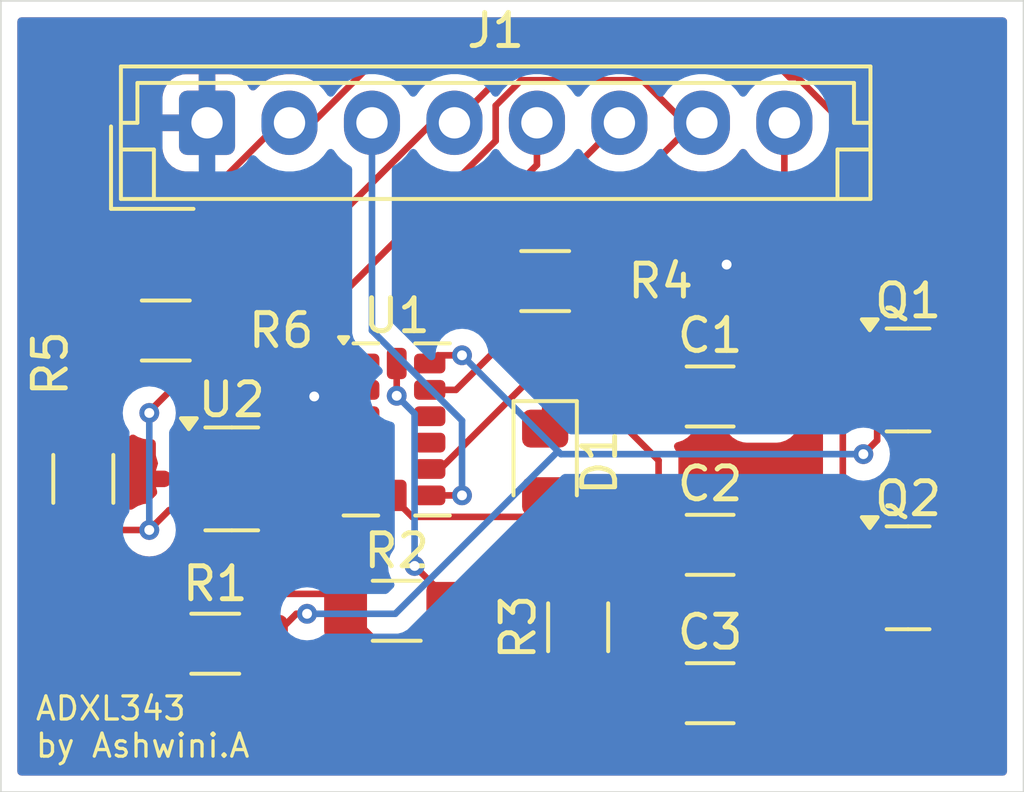
<source format=kicad_pcb>
(kicad_pcb (version 20240108) (generator "pcbnew") (generator_version "8.0")
  (layers (0 "F.Cu" signal) (31 "B.Cu" signal) (36 "B.SilkS" user "B.Silkscreen") (37 "F.SilkS" user "F.Silkscreen") (38 "B.Mask" user) (39 "F.Mask" user) (44 "Edge.Cuts" user))
  (net 0 "")
  (net 1 "+3.3V")
  (net 2 "GND")
  (net 3 "VCC")
  (net 4 "Net-(D1-A)")
  (net 5 "/CS")
  (net 6 "/SCL{slash}SCK")
  (net 7 "/SDA{slash}SDIO")
  (net 8 "/INT2")
  (net 9 "/INT1")
  (net 10 "/SDA{slash}SDIO_3V")
  (net 11 "/SCL{slash}SCK_3V")
  (net 12 "Net-(U1-SDO{slash}ADDR)")
  (footprint "Resistor_SMD:R_1206_3216Metric_Pad1.30x1.75mm_HandSolder" (layer "F.Cu") (at 73.5 64.5)
    (property "Reference" "R6" (at 3.5 0 0) (layer "F.SilkS"))
    (property "Value" "10k")
    (fp_line (start -0.727064 -0.91) (end 0.727064 -0.91) (stroke (width 0.12)) (layer "F.SilkS"))
    (fp_line (start -0.727064 0.91) (end 0.727064 0.91) (stroke (width 0.12)) (layer "F.SilkS"))
    (pad "1" smd roundrect (at -1.55 0) (size 1.3 1.75) (layers "F.Cu" "F.Paste" "F.Mask") (roundrect_rratio 0.192308) (net 3 "VCC"))
    (pad "2" smd roundrect (at 1.55 0) (size 1.3 1.75) (layers "F.Cu" "F.Paste" "F.Mask") (roundrect_rratio 0.192308) (net 6 "/SCL{slash}SCK"))
  )
  (footprint "Package_TO_SOT_SMD:SOT-23" (layer "F.Cu") (at 96 72)
    (property "Reference" "Q2" (at 0 -2.4 0) (layer "F.SilkS"))
    (property "Value" "2N7002")
    (fp_line (start 0 -1.56) (end -0.65 -1.56) (stroke (width 0.12)) (layer "F.SilkS"))
    (fp_line (start 0 -1.56) (end 0.65 -1.56) (stroke (width 0.12)) (layer "F.SilkS"))
    (fp_line (start 0 1.56) (end -0.65 1.56) (stroke (width 0.12)) (layer "F.SilkS"))
    (fp_line (start 0 1.56) (end 0.65 1.56) (stroke (width 0.12)) (layer "F.SilkS"))
    (fp_poly (pts (xy -1.1625 -1.51) (xy -1.4025 -1.84) (xy -0.9225 -1.84) (xy -1.1625 -1.51)) (stroke (width 0.12)) (fill solid) (layer "F.SilkS"))
    (pad "1" smd roundrect (at -0.9375 -0.95) (size 1.475 0.6) (layers "F.Cu" "F.Paste" "F.Mask") (net 1 "+3.3V"))
    (pad "2" smd roundrect (at -0.9375 0.95) (size 1.475 0.6) (layers "F.Cu" "F.Paste" "F.Mask") (net 11 "/SCL{slash}SCK_3V"))
    (pad "3" smd roundrect (at 0.9375 0) (size 1.475 0.6) (layers "F.Cu" "F.Paste" "F.Mask") (net 6 "/SCL{slash}SCK"))
  )
  (footprint "Package_TO_SOT_SMD:SOT-23" (layer "F.Cu") (at 96 66)
    (property "Reference" "Q1" (at 0 -2.4 0) (layer "F.SilkS"))
    (property "Value" "2N7002")
    (fp_line (start 0 -1.56) (end -0.65 -1.56) (stroke (width 0.12)) (layer "F.SilkS"))
    (fp_line (start 0 -1.56) (end 0.65 -1.56) (stroke (width 0.12)) (layer "F.SilkS"))
    (fp_line (start 0 1.56) (end -0.65 1.56) (stroke (width 0.12)) (layer "F.SilkS"))
    (fp_line (start 0 1.56) (end 0.65 1.56) (stroke (width 0.12)) (layer "F.SilkS"))
    (fp_poly (pts (xy -1.1625 -1.51) (xy -1.4025 -1.84) (xy -0.9225 -1.84) (xy -1.1625 -1.51)) (stroke (width 0.12)) (fill solid) (layer "F.SilkS"))
    (pad "1" smd roundrect (at -0.9375 -0.95) (size 1.475 0.6) (layers "F.Cu" "F.Paste" "F.Mask") (net 1 "+3.3V"))
    (pad "2" smd roundrect (at -0.9375 0.95) (size 1.475 0.6) (layers "F.Cu" "F.Paste" "F.Mask") (net 10 "/SDA{slash}SDIO_3V"))
    (pad "3" smd roundrect (at 0.9375 0) (size 1.475 0.6) (layers "F.Cu" "F.Paste" "F.Mask") (net 7 "/SDA{slash}SDIO"))
  )
  (footprint "Connector_JST:JST_EH_B8B-EH-A_1x08_P2.50mm_Vertical" (layer "F.Cu") (at 74.75 58.2)
    (property "Reference" "J1" (at 8.75 -2.8 0) (layer "F.SilkS"))
    (property "Value" "Conn_01x08_Pin")
    (fp_line (start -2.91 0.11) (end -2.91 2.61) (stroke (width 0.12)) (layer "F.SilkS"))
    (fp_line (start -2.91 2.61) (end -0.41 2.61) (stroke (width 0.12)) (layer "F.SilkS"))
    (fp_line (start -2.61 -1.71) (end -2.61 2.31) (stroke (width 0.12)) (layer "F.SilkS"))
    (fp_line (start -2.61 0) (end -2.11 0) (stroke (width 0.12)) (layer "F.SilkS"))
    (fp_line (start -2.61 0.81) (end -1.61 0.81) (stroke (width 0.12)) (layer "F.SilkS"))
    (fp_line (start -2.61 2.31) (end 20.11 2.31) (stroke (width 0.12)) (layer "F.SilkS"))
    (fp_line (start -2.11 -1.21) (end 19.61 -1.21) (stroke (width 0.12)) (layer "F.SilkS"))
    (fp_line (start -2.11 0) (end -2.11 -1.21) (stroke (width 0.12)) (layer "F.SilkS"))
    (fp_line (start -1.61 0.81) (end -1.61 2.31) (stroke (width 0.12)) (layer "F.SilkS"))
    (fp_line (start 19.11 0.81) (end 19.11 2.31) (stroke (width 0.12)) (layer "F.SilkS"))
    (fp_line (start 19.61 -1.21) (end 19.61 0) (stroke (width 0.12)) (layer "F.SilkS"))
    (fp_line (start 19.61 0) (end 20.11 0) (stroke (width 0.12)) (layer "F.SilkS"))
    (fp_line (start 20.11 -1.71) (end -2.61 -1.71) (stroke (width 0.12)) (layer "F.SilkS"))
    (fp_line (start 20.11 0.81) (end 19.11 0.81) (stroke (width 0.12)) (layer "F.SilkS"))
    (fp_line (start 20.11 2.31) (end 20.11 -1.71) (stroke (width 0.12)) (layer "F.SilkS"))
    (pad "1" thru_hole roundrect (at 0 0) (size 1.7 1.95) (drill 0.95) (layers "*.Cu" "*.Mask") (roundrect_rratio 0.147059) (net 2 "GND"))
    (pad "2" thru_hole oval (at 2.5 0) (size 1.7 1.95) (drill 0.95) (layers "*.Cu" "*.Mask") (net 7 "/SDA{slash}SDIO"))
    (pad "3" thru_hole oval (at 5 0) (size 1.7 1.95) (drill 0.95) (layers "*.Cu" "*.Mask") (net 9 "/INT1"))
    (pad "4" thru_hole oval (at 7.5 0) (size 1.7 1.95) (drill 0.95) (layers "*.Cu" "*.Mask") (net 6 "/SCL{slash}SCK"))
    (pad "5" thru_hole oval (at 10 0) (size 1.7 1.95) (drill 0.95) (layers "*.Cu" "*.Mask") (net 8 "/INT2"))
    (pad "6" thru_hole oval (at 12.5 0) (size 1.7 1.95) (drill 0.95) (layers "*.Cu" "*.Mask") (net 5 "/CS"))
    (pad "7" thru_hole oval (at 15 0) (size 1.7 1.95) (drill 0.95) (layers "*.Cu" "*.Mask") (net 3 "VCC"))
    (pad "8" thru_hole oval (at 17.5 0) (size 1.7 1.95) (drill 0.95) (layers "*.Cu" "*.Mask") (net 1 "+3.3V"))
  )
  (footprint "Resistor_SMD:R_1206_3216Metric_Pad1.30x1.75mm_HandSolder" (layer "F.Cu") (at 75 74)
    (property "Reference" "R1" (at 0 -1.82 0) (layer "F.SilkS"))
    (property "Value" "10k")
    (fp_line (start -0.727064 -0.91) (end 0.727064 -0.91) (stroke (width 0.12)) (layer "F.SilkS"))
    (fp_line (start -0.727064 0.91) (end 0.727064 0.91) (stroke (width 0.12)) (layer "F.SilkS"))
    (pad "1" smd roundrect (at -1.55 0) (size 1.3 1.75) (layers "F.Cu" "F.Paste" "F.Mask") (roundrect_rratio 0.192308) (net 1 "+3.3V"))
    (pad "2" smd roundrect (at 1.55 0) (size 1.3 1.75) (layers "F.Cu" "F.Paste" "F.Mask") (roundrect_rratio 0.192308) (net 10 "/SDA{slash}SDIO_3V"))
  )
  (footprint "Capacitor_SMD:C_1206_3216Metric_Pad1.33x1.80mm_HandSolder" (layer "F.Cu") (at 90 71)
    (property "Reference" "C2" (at 0 -1.85 0) (layer "F.SilkS"))
    (property "Value" "10u")
    (fp_line (start -0.711252 -0.91) (end 0.711252 -0.91) (stroke (width 0.12)) (layer "F.SilkS"))
    (fp_line (start -0.711252 0.91) (end 0.711252 0.91) (stroke (width 0.12)) (layer "F.SilkS"))
    (pad "1" smd roundrect (at -1.5625 0) (size 1.325 1.8) (layers "F.Cu" "F.Paste" "F.Mask") (roundrect_rratio 0.188679) (net 3 "VCC"))
    (pad "2" smd roundrect (at 1.5625 0) (size 1.325 1.8) (layers "F.Cu" "F.Paste" "F.Mask") (roundrect_rratio 0.188679) (net 2 "GND"))
  )
  (footprint "Resistor_SMD:R_1206_3216Metric_Pad1.30x1.75mm_HandSolder" (layer "F.Cu") (at 86 73.5 90)
    (property "Reference" "R3" (at 0 -1.82 90) (layer "F.SilkS"))
    (property "Value" "10k")
    (fp_line (start -0.727064 -0.91) (end 0.727064 -0.91) (stroke (width 0.12)) (layer "F.SilkS"))
    (fp_line (start -0.727064 0.91) (end 0.727064 0.91) (stroke (width 0.12)) (layer "F.SilkS"))
    (pad "1" smd roundrect (at -1.55 0 90) (size 1.3 1.75) (layers "F.Cu" "F.Paste" "F.Mask") (roundrect_rratio 0.192308) (net 1 "+3.3V"))
    (pad "2" smd roundrect (at 1.55 0 90) (size 1.3 1.75) (layers "F.Cu" "F.Paste" "F.Mask") (roundrect_rratio 0.192308) (net 4 "Net-(D1-A)"))
  )
  (footprint "Resistor_SMD:R_1206_3216Metric_Pad1.30x1.75mm_HandSolder" (layer "F.Cu") (at 71 69 90)
    (property "Reference" "R5" (at 3.5 -1 90) (layer "F.SilkS"))
    (property "Value" "10k")
    (fp_line (start -0.727064 -0.91) (end 0.727064 -0.91) (stroke (width 0.12)) (layer "F.SilkS"))
    (fp_line (start -0.727064 0.91) (end 0.727064 0.91) (stroke (width 0.12)) (layer "F.SilkS"))
    (pad "1" smd roundrect (at -1.55 0 90) (size 1.3 1.75) (layers "F.Cu" "F.Paste" "F.Mask") (roundrect_rratio 0.192308) (net 3 "VCC"))
    (pad "2" smd roundrect (at 1.55 0 90) (size 1.3 1.75) (layers "F.Cu" "F.Paste" "F.Mask") (roundrect_rratio 0.192308) (net 7 "/SDA{slash}SDIO"))
  )
  (footprint "Capacitor_SMD:C_1206_3216Metric_Pad1.33x1.80mm_HandSolder" (layer "F.Cu") (at 90 75.5)
    (property "Reference" "C3" (at 0 -1.85 0) (layer "F.SilkS"))
    (property "Value" "10u")
    (fp_line (start -0.711252 -0.91) (end 0.711252 -0.91) (stroke (width 0.12)) (layer "F.SilkS"))
    (fp_line (start -0.711252 0.91) (end 0.711252 0.91) (stroke (width 0.12)) (layer "F.SilkS"))
    (pad "1" smd roundrect (at -1.5625 0) (size 1.325 1.8) (layers "F.Cu" "F.Paste" "F.Mask") (roundrect_rratio 0.188679) (net 1 "+3.3V"))
    (pad "2" smd roundrect (at 1.5625 0) (size 1.325 1.8) (layers "F.Cu" "F.Paste" "F.Mask") (roundrect_rratio 0.188679) (net 2 "GND"))
  )
  (footprint "Package_LGA:LGA-14_3x5mm_P0.8mm_LayoutBorder1x6y" (layer "F.Cu") (at 80.5 67.5)
    (property "Reference" "U1" (at 0 -3.45 0) (layer "F.SilkS"))
    (property "Value" "ADXL343")
    (fp_line (start -0.56 -2.61) (end -1.31 -2.61) (stroke (width 0.12)) (layer "F.SilkS"))
    (fp_line (start -0.56 2.61) (end -1.61 2.61) (stroke (width 0.12)) (layer "F.SilkS"))
    (fp_line (start 0.56 -2.61) (end 1.61 -2.61) (stroke (width 0.12)) (layer "F.SilkS"))
    (fp_line (start 0.56 2.61) (end 1.61 2.61) (stroke (width 0.12)) (layer "F.SilkS"))
    (fp_poly (pts (xy -1.61 -2.61) (xy -1.75 -2.8) (xy -1.47 -2.8) (xy -1.61 -2.61)) (stroke (width 0.12)) (fill solid) (layer "F.SilkS"))
    (pad "1" smd roundrect (at -1 -2) (size 0.95 0.6) (layers "F.Cu" "F.Paste" "F.Mask") (net 1 "+3.3V"))
    (pad "2" smd roundrect (at -1 -1.2) (size 0.95 0.6) (layers "F.Cu" "F.Paste" "F.Mask") (net 2 "GND"))
    (pad "3" smd roundrect (at -1 -0.4) (size 0.95 0.6) (layers "F.Cu" "F.Paste" "F.Mask"))
    (pad "4" smd roundrect (at -1 0.4) (size 0.95 0.6) (layers "F.Cu" "F.Paste" "F.Mask") (net 2 "GND"))
    (pad "5" smd roundrect (at -1 1.2) (size 0.95 0.6) (layers "F.Cu" "F.Paste" "F.Mask") (net 2 "GND"))
    (pad "6" smd roundrect (at -1 2) (size 0.95 0.6) (layers "F.Cu" "F.Paste" "F.Mask") (net 1 "+3.3V"))
    (pad "7" smd roundrect (at 0 2) (size 0.6 0.95) (layers "F.Cu" "F.Paste" "F.Mask") (net 4 "Net-(D1-A)"))
    (pad "8" smd roundrect (at 1 2) (size 0.95 0.6) (layers "F.Cu" "F.Paste" "F.Mask") (net 9 "/INT1"))
    (pad "9" smd roundrect (at 1 1.2) (size 0.95 0.6) (layers "F.Cu" "F.Paste" "F.Mask") (net 8 "/INT2"))
    (pad "10" smd roundrect (at 1 0.4) (size 0.95 0.6) (layers "F.Cu" "F.Paste" "F.Mask"))
    (pad "11" smd roundrect (at 1 -0.4) (size 0.95 0.6) (layers "F.Cu" "F.Paste" "F.Mask"))
    (pad "12" smd roundrect (at 1 -1.2) (size 0.95 0.6) (layers "F.Cu" "F.Paste" "F.Mask") (net 12 "Net-(U1-SDO{slash}ADDR)"))
    (pad "13" smd roundrect (at 1 -2) (size 0.95 0.6) (layers "F.Cu" "F.Paste" "F.Mask") (net 10 "/SDA{slash}SDIO_3V"))
    (pad "14" smd roundrect (at 0 -2) (size 0.6 0.95) (layers "F.Cu" "F.Paste" "F.Mask") (net 11 "/SCL{slash}SCK_3V"))
  )
  (footprint "Resistor_SMD:R_1206_3216Metric_Pad1.30x1.75mm_HandSolder" (layer "F.Cu") (at 80.5 73)
    (property "Reference" "R2" (at 0 -1.82 0) (layer "F.SilkS"))
    (property "Value" "10k")
    (fp_line (start -0.727064 -0.91) (end 0.727064 -0.91) (stroke (width 0.12)) (layer "F.SilkS"))
    (fp_line (start -0.727064 0.91) (end 0.727064 0.91) (stroke (width 0.12)) (layer "F.SilkS"))
    (pad "1" smd roundrect (at -1.55 0) (size 1.3 1.75) (layers "F.Cu" "F.Paste" "F.Mask") (roundrect_rratio 0.192308) (net 1 "+3.3V"))
    (pad "2" smd roundrect (at 1.55 0) (size 1.3 1.75) (layers "F.Cu" "F.Paste" "F.Mask") (roundrect_rratio 0.192308) (net 11 "/SCL{slash}SCK_3V"))
  )
  (footprint "Resistor_SMD:R_1206_3216Metric_Pad1.30x1.75mm_HandSolder" (layer "F.Cu") (at 85 63)
    (property "Reference" "R4" (at 3.5 0 0) (layer "F.SilkS"))
    (property "Value" "10k")
    (fp_line (start -0.727064 -0.91) (end 0.727064 -0.91) (stroke (width 0.12)) (layer "F.SilkS"))
    (fp_line (start -0.727064 0.91) (end 0.727064 0.91) (stroke (width 0.12)) (layer "F.SilkS"))
    (pad "1" smd roundrect (at -1.55 0) (size 1.3 1.75) (layers "F.Cu" "F.Paste" "F.Mask") (roundrect_rratio 0.192308) (net 12 "Net-(U1-SDO{slash}ADDR)"))
    (pad "2" smd roundrect (at 1.55 0) (size 1.3 1.75) (layers "F.Cu" "F.Paste" "F.Mask") (roundrect_rratio 0.192308) (net 2 "GND"))
  )
  (footprint "Capacitor_SMD:C_1206_3216Metric_Pad1.33x1.80mm_HandSolder" (layer "F.Cu") (at 90 66.5)
    (property "Reference" "C1" (at 0 -1.85 0) (layer "F.SilkS"))
    (property "Value" "0.1u")
    (fp_line (start -0.711252 -0.91) (end 0.711252 -0.91) (stroke (width 0.12)) (layer "F.SilkS"))
    (fp_line (start -0.711252 0.91) (end 0.711252 0.91) (stroke (width 0.12)) (layer "F.SilkS"))
    (pad "1" smd roundrect (at -1.5625 0) (size 1.325 1.8) (layers "F.Cu" "F.Paste" "F.Mask") (roundrect_rratio 0.188679) (net 2 "GND"))
    (pad "2" smd roundrect (at 1.5625 0) (size 1.325 1.8) (layers "F.Cu" "F.Paste" "F.Mask") (roundrect_rratio 0.188679) (net 1 "+3.3V"))
  )
  (footprint "Package_TO_SOT_SMD:TSOT-23-5" (layer "F.Cu") (at 75.5 69)
    (property "Reference" "U2" (at 0 -2.4 0) (layer "F.SilkS"))
    (property "Value" "ADP2108AUJ-3.3")
    (fp_line (start 0 -1.56) (end -0.8 -1.56) (stroke (width 0.12)) (layer "F.SilkS"))
    (fp_line (start 0 -1.56) (end 0.8 -1.56) (stroke (width 0.12)) (layer "F.SilkS"))
    (fp_line (start 0 1.56) (end -0.8 1.56) (stroke (width 0.12)) (layer "F.SilkS"))
    (fp_line (start 0 1.56) (end 0.8 1.56) (stroke (width 0.12)) (layer "F.SilkS"))
    (fp_poly (pts (xy -1.3 -1.51) (xy -1.54 -1.84) (xy -1.06 -1.84) (xy -1.3 -1.51)) (stroke (width 0.12)) (fill solid) (layer "F.SilkS"))
    (pad "1" smd roundrect (at -1.1375 -0.95) (size 1.325 0.6) (layers "F.Cu" "F.Paste" "F.Mask") (net 3 "VCC"))
    (pad "2" smd roundrect (at -1.1375 0) (size 1.325 0.6) (layers "F.Cu" "F.Paste" "F.Mask") (net 2 "GND"))
    (pad "3" smd roundrect (at -1.1375 0.95) (size 1.325 0.6) (layers "F.Cu" "F.Paste" "F.Mask") (net 3 "VCC"))
    (pad "4" smd roundrect (at 1.1375 0.95) (size 1.325 0.6) (layers "F.Cu" "F.Paste" "F.Mask"))
    (pad "5" smd roundrect (at 1.1375 -0.95) (size 1.325 0.6) (layers "F.Cu" "F.Paste" "F.Mask") (net 1 "+3.3V"))
  )
  (footprint "Diode_SMD:D_0805_2012Metric_Pad1.15x1.40mm_HandSolder" (layer "F.Cu") (at 85 68.5 -90)
    (property "Reference" "D1" (at 0 -1.65 90) (layer "F.SilkS"))
    (property "Value" "D")
    (fp_line (start -1.86 0.96) (end 1 0.96) (stroke (width 0.12)) (layer "F.SilkS"))
    (fp_line (start -1.86 -0.96) (end -1.86 0.96) (stroke (width 0.12)) (layer "F.SilkS"))
    (fp_line (start 1 -0.96) (end -1.86 -0.96) (stroke (width 0.12)) (layer "F.SilkS"))
    (pad "1" smd roundrect (at -1.025 0 270) (size 1.15 1.4) (layers "F.Cu" "F.Paste" "F.Mask") (roundrect_rratio 0.217391) (net 5 "/CS"))
    (pad "2" smd roundrect (at 1.025 0 270) (size 1.15 1.4) (layers "F.Cu" "F.Paste" "F.Mask") (roundrect_rratio 0.217391) (net 4 "Net-(D1-A)"))
  )
  (gr_rect (start 68.5 54.5) (end 99.5 78.5) (stroke (width 0.05)) (fill none) (layer "Edge.Cuts"))
  (gr_text "ADXL343\nby Ashwini.A" (at 69.5 77.5 0) (layer "F.SilkS") (effects (font (size 0.7 0.7) (thickness 0.1)) (justify left bottom)))
  (segment (start 76.6375 68.05) (end 76.6375 66.3625) (width 0.2) (layer "F.Cu") (net 1))
  (segment (start 90.2296 73.7079) (end 88.4375 75.5) (width 0.2) (layer "F.Cu") (net 1))
  (segment (start 81 75.05) (end 78.95 73) (width 0.2) (layer "F.Cu") (net 1))
  (segment (start 74.9621 72.4879) (end 78.4379 72.4879) (width 0.2) (layer "F.Cu") (net 1))
  (segment (start 86.45 75.5) (end 86 75.05) (width 0.2) (layer "F.Cu") (net 1))
  (segment (start 96.1512 73.2391) (end 95.6824 73.7079) (width 0.2) (layer "F.Cu") (net 1))
  (segment (start 79.0887 69.9113) (end 79.5 69.5) (width 0.2) (layer "F.Cu") (net 1))
  (segment (start 78.4379 72.4879) (end 78.95 73) (width 0.2) (layer "F.Cu") (net 1))
  (segment (start 79 65) (end 79.5 65.5) (width 0.2) (layer "F.Cu") (net 1))
  (segment (start 78.4379 72.4879) (end 78.4379 69.9722) (width 0.2) (layer "F.Cu") (net 1))
  (segment (start 95.6824 73.7079) (end 90.2296 73.7079) (width 0.2) (layer "F.Cu") (net 1))
  (segment (start 78.4988 69.9113) (end 79.0887 69.9113) (width 0.2) (layer "F.Cu") (net 1))
  (segment (start 94.0218 66.5) (end 94.0218 70.0093) (width 0.2) (layer "F.Cu") (net 1))
  (segment (start 88.4375 75.5) (end 86.45 75.5) (width 0.2) (layer "F.Cu") (net 1))
  (segment (start 73.45 74) (end 74.9621 72.4879) (width 0.2) (layer "F.Cu") (net 1))
  (segment (start 94.0218 70.0093) (end 95.0625 71.05) (width 0.2) (layer "F.Cu") (net 1))
  (segment (start 95.0625 71.05) (end 95.0625 71.5478) (width 0.2) (layer "F.Cu") (net 1))
  (segment (start 76.6375 66.3625) (end 78 65) (width 0.2) (layer "F.Cu") (net 1))
  (segment (start 78.4988 69.9113) (end 76.6375 68.05) (width 0.2) (layer "F.Cu") (net 1))
  (segment (start 95.0625 65.4593) (end 95.0625 65.05) (width 0.2) (layer "F.Cu") (net 1))
  (segment (start 78 65) (end 79 65) (width 0.2) (layer "F.Cu") (net 1))
  (segment (start 92.25 62.2375) (end 92.25 58.2) (width 0.2) (layer "F.Cu") (net 1))
  (segment (start 86 75.05) (end 81 75.05) (width 0.2) (layer "F.Cu") (net 1))
  (segment (start 95.0625 71.5478) (end 96.1512 72.6365) (width 0.2) (layer "F.Cu") (net 1))
  (segment (start 94.0218 66.5) (end 95.0625 65.4593) (width 0.2) (layer "F.Cu") (net 1))
  (segment (start 95.0625 65.05) (end 92.25 62.2375) (width 0.2) (layer "F.Cu") (net 1))
  (segment (start 94.0218 66.5) (end 91.5625 66.5) (width 0.2) (layer "F.Cu") (net 1))
  (segment (start 96.1512 72.6365) (end 96.1512 73.2391) (width 0.2) (layer "F.Cu") (net 1))
  (segment (start 78.4379 69.9722) (end 78.4988 69.9113) (width 0.2) (layer "F.Cu") (net 1))
  (segment (start 78 66.5) (end 79.3 66.5) (width 0.2) (layer "F.Cu") (net 2))
  (segment (start 79.3 66.5) (end 79.5 66.3) (width 0.2) (layer "F.Cu") (net 2))
  (segment (start 79.5 68.7) (end 79.5 67.9) (width 0.2) (layer "F.Cu") (net 2))
  (via (at 78 66.5) (size 0.6) (drill 0.3) (layers "F.Cu" "B.Cu") (net 2))
  (via (at 90.5 62.5) (size 0.6) (drill 0.3) (layers "F.Cu" "B.Cu") (net 2))
  (segment (start 89.75 58.2) (end 89.2343 58.2) (width 0.2) (layer "F.Cu") (net 3))
  (segment (start 83.5 57.6795) (end 83.5 58.7469) (width 0.2) (layer "F.Cu") (net 3))
  (segment (start 73.7037 66.2537) (end 71.95 64.5) (width 0.2) (layer "F.Cu") (net 3))
  (segment (start 73 67) (end 73 66.9574) (width 0.2) (layer "F.Cu") (net 3))
  (segment (start 83.5 58.7469) (end 75.9932 66.2537) (width 0.2) (layer "F.Cu") (net 3))
  (segment (start 75.9932 66.2537) (end 74.3625 66.2537) (width 0.2) (layer "F.Cu") (net 3))
  (segment (start 74.3625 68.05) (end 74.3625 66.2537) (width 0.2) (layer "F.Cu") (net 3))
  (segment (start 84.2716 56.9079) (end 83.5 57.6795) (width 0.2) (layer "F.Cu") (net 3))
  (segment (start 74.3625 66.2537) (end 73.7037 66.2537) (width 0.2) (layer "F.Cu") (net 3))
  (segment (start 89.2343 58.2) (end 87.9422 56.9079) (width 0.2) (layer "F.Cu") (net 3))
  (segment (start 73 66.9574) (end 73.7037 66.2537) (width 0.2) (layer "F.Cu") (net 3))
  (segment (start 73.6 69.95) (end 73 70.55) (width 0.2) (layer "F.Cu") (net 3))
  (segment (start 87.9422 56.9079) (end 84.2716 56.9079) (width 0.2) (layer "F.Cu") (net 3))
  (segment (start 71 70.55) (end 73 70.55) (width 0.2) (layer "F.Cu") (net 3))
  (segment (start 89.512 58.2) (end 85.5622 62.1498) (width 0.2) (layer "F.Cu") (net 3))
  (segment (start 85.5622 62.1498) (end 85.5622 65.5656) (width 0.2) (layer "F.Cu") (net 3))
  (segment (start 74.3625 69.95) (end 73.6 69.95) (width 0.2) (layer "F.Cu") (net 3))
  (segment (start 89.2343 58.2) (end 89.512 58.2) (width 0.2) (layer "F.Cu") (net 3))
  (segment (start 85.5622 65.5656) (end 88.4375 68.4409) (width 0.2) (layer "F.Cu") (net 3))
  (segment (start 88.4375 68.4409) (end 88.4375 71) (width 0.2) (layer "F.Cu") (net 3))
  (via (at 73 70.55) (size 0.6) (drill 0.3) (layers "F.Cu" "B.Cu") (net 3))
  (via (at 73 67) (size 0.6) (drill 0.3) (layers "F.Cu" "B.Cu") (net 3))
  (segment (start 73 70.55) (end 73 67) (width 0.2) (layer "B.Cu") (net 3))
  (segment (start 80.5 69.6799) (end 80.5 69.5) (width 0.2) (layer "F.Cu") (net 4))
  (segment (start 80.9719 70.1518) (end 80.5 69.6799) (width 0.2) (layer "F.Cu") (net 4))
  (segment (start 84.3732 70.3232) (end 84.3732 70.1518) (width 0.2) (layer "F.Cu") (net 4))
  (segment (start 85 69.525) (end 84.3732 70.1518) (width 0.2) (layer "F.Cu") (net 4))
  (segment (start 84.3732 70.1518) (end 80.9719 70.1518) (width 0.2) (layer "F.Cu") (net 4))
  (segment (start 86 71.95) (end 84.3732 70.3232) (width 0.2) (layer "F.Cu") (net 4))
  (segment (start 85 60.45) (end 85 67.475) (width 0.2) (layer "F.Cu") (net 5))
  (segment (start 87.25 58.2) (end 85 60.45) (width 0.2) (layer "F.Cu") (net 5))
  (segment (start 96.1501 65.3499) (end 96.1501 60.3282) (width 0.2) (layer "F.Cu") (net 6))
  (segment (start 92.639 56.8171) (end 92.4056 56.8171) (width 0.2) (layer "F.Cu") (net 6))
  (segment (start 83.9607 56.4893) (end 82.25 58.2) (width 0.2) (layer "F.Cu") (net 6))
  (segment (start 92.4056 56.8171) (end 92.0778 56.4893) (width 0.2) (layer "F.Cu") (net 6))
  (segment (start 96.9375 72) (end 96.9375 67.3874) (width 0.2) (layer "F.Cu") (net 6))
  (segment (start 92.0778 56.4893) (end 83.9607 56.4893) (width 0.2) (layer "F.Cu") (net 6))
  (segment (start 75.275 64.5) (end 75.05 64.5) (width 0.2) (layer "F.Cu") (net 6))
  (segment (start 96.1501 60.3282) (end 92.639 56.8171) (width 0.2) (layer "F.Cu") (net 6))
  (segment (start 96.9375 67.3874) (end 95.8564 66.3063) (width 0.2) (layer "F.Cu") (net 6))
  (segment (start 81.575 58.2) (end 75.275 64.5) (width 0.2) (layer "F.Cu") (net 6))
  (segment (start 95.8564 65.6436) (end 96.1501 65.3499) (width 0.2) (layer "F.Cu") (net 6))
  (segment (start 82.25 58.2) (end 81.575 58.2) (width 0.2) (layer "F.Cu") (net 6))
  (segment (start 95.8564 66.3063) (end 95.8564 65.6436) (width 0.2) (layer "F.Cu") (net 6))
  (segment (start 92.4592 56.0693) (end 80.0807 56.0693) (width 0.2) (layer "F.Cu") (net 7))
  (segment (start 71.7578 62.8814) (end 70.938 63.7012) (width 0.2) (layer "F.Cu") (net 7))
  (segment (start 80.0807 56.0693) (end 77.95 58.2) (width 0.2) (layer "F.Cu") (net 7))
  (segment (start 96.9375 60.5476) (end 92.4592 56.0693) (width 0.2) (layer "F.Cu") (net 7))
  (segment (start 76.9459 58.2) (end 72.2645 62.8814) (width 0.2) (layer "F.Cu") (net 7))
  (segment (start 96.9375 66) (end 96.9375 60.5476) (width 0.2) (layer "F.Cu") (net 7))
  (segment (start 70.938 67.388) (end 71 67.45) (width 0.2) (layer "F.Cu") (net 7))
  (segment (start 70.938 63.7012) (end 70.938 67.388) (width 0.2) (layer "F.Cu") (net 7))
  (segment (start 72.2645 62.8814) (end 71.7578 62.8814) (width 0.2) (layer "F.Cu") (net 7))
  (segment (start 77.25 58.2) (end 76.9459 58.2) (width 0.2) (layer "F.Cu") (net 7))
  (segment (start 77.95 58.2) (end 77.25 58.2) (width 0.2) (layer "F.Cu") (net 7))
  (segment (start 81.8147 68.7) (end 81.5 68.7) (width 0.2) (layer "F.Cu") (net 8))
  (segment (start 84.75 59.4767) (end 84.4027 59.824) (width 0.2) (layer "F.Cu") (net 8))
  (segment (start 84.4027 59.824) (end 84.4027 66.112) (width 0.2) (layer "F.Cu") (net 8))
  (segment (start 84.75 58.2) (end 84.75 59.4767) (width 0.2) (layer "F.Cu") (net 8))
  (segment (start 84.4027 66.112) (end 81.8147 68.7) (width 0.2) (layer "F.Cu") (net 8))
  (segment (start 81.5 69.5) (end 82.4793 69.5) (width 0.2) (layer "F.Cu") (net 9))
  (via (at 82.4793 69.5) (size 0.6) (drill 0.3) (layers "F.Cu" "B.Cu") (net 9))
  (segment (start 82.4793 67.2307) (end 82.4793 69.5) (width 0.2) (layer "B.Cu") (net 9))
  (segment (start 79.75 58.2) (end 79.75 64.5014) (width 0.2) (layer "B.Cu") (net 9))
  (segment (start 79.75 64.5014) (end 82.4793 67.2307) (width 0.2) (layer "B.Cu") (net 9))
  (segment (start 95.0625 67.8317) (end 94.6448 68.2494) (width 0.2) (layer "F.Cu") (net 10))
  (segment (start 76.55 74) (end 77.458 73.092) (width 0.2) (layer "F.Cu") (net 10))
  (segment (start 81.5 65.5) (end 81.7486 65.2514) (width 0.2) (layer "F.Cu") (net 10))
  (segment (start 77.458 73.092) (end 77.7824 73.092) (width 0.2) (layer "F.Cu") (net 10))
  (segment (start 81.7486 65.2514) (end 82.4792 65.2514) (width 0.2) (layer "F.Cu") (net 10))
  (segment (start 95.0625 66.95) (end 95.0625 67.8317) (width 0.2) (layer "F.Cu") (net 10))
  (via (at 77.7824 73.092) (size 0.6) (drill 0.3) (layers "F.Cu" "B.Cu") (net 10))
  (via (at 94.6448 68.2494) (size 0.6) (drill 0.3) (layers "F.Cu" "B.Cu") (net 10))
  (via (at 82.4792 65.2514) (size 0.6) (drill 0.3) (layers "F.Cu" "B.Cu") (net 10))
  (segment (start 85.4772 68.2494) (end 85.388 68.1602) (width 0.2) (layer "B.Cu") (net 10))
  (segment (start 85.388 68.1602) (end 82.4792 65.2514) (width 0.2) (layer "B.Cu") (net 10))
  (segment (start 94.6448 68.2494) (end 85.4772 68.2494) (width 0.2) (layer "B.Cu") (net 10))
  (segment (start 85.388 68.1602) (end 80.4562 73.092) (width 0.2) (layer "B.Cu") (net 10))
  (segment (start 80.4562 73.092) (end 77.7824 73.092) (width 0.2) (layer "B.Cu") (net 10))
  (segment (start 80.5 66.4791) (end 80.5 65.5) (width 0.2) (layer "F.Cu") (net 11))
  (segment (start 82.05 73) (end 82.05 72.6488) (width 0.2) (layer "F.Cu") (net 11))
  (segment (start 82.05 72.6488) (end 81.0418 71.6406) (width 0.2) (layer "F.Cu") (net 11))
  (segment (start 95.0125 73) (end 82.05 73) (width 0.2) (layer "F.Cu") (net 11))
  (segment (start 95.0625 72.95) (end 95.0125 73) (width 0.2) (layer "F.Cu") (net 11))
  (via (at 81.0418 71.6406) (size 0.6) (drill 0.3) (layers "F.Cu" "B.Cu") (net 11))
  (via (at 80.5 66.4791) (size 0.6) (drill 0.3) (layers "F.Cu" "B.Cu") (net 11))
  (segment (start 80.5 66.4791) (end 81.0418 67.0209) (width 0.2) (layer "B.Cu") (net 11))
  (segment (start 81.0418 67.0209) (end 81.0418 71.6406) (width 0.2) (layer "B.Cu") (net 11))
  (segment (start 83.45 63) (end 83.45 65.1462) (width 0.2) (layer "F.Cu") (net 12))
  (segment (start 83.45 65.1462) (end 82.2962 66.3) (width 0.2) (layer "F.Cu") (net 12))
  (segment (start 82.2962 66.3) (end 81.5 66.3) (width 0.2) (layer "F.Cu") (net 12))
  (zone (net 2) (net_name "GND") (layer "F.Cu") (priority 1) (connect_pads (clearance 0.5)) (min_thickness 0.25) (fill yes (thermal_gap 0.5) (thermal_bridge_width 0.5))
    (polygon (pts (xy 99.5 54.5) (xy 99.5 78.5) (xy 68.5 78.5) (xy 68.5 54.5)))
  )
  (zone (net 2) (net_name "GND") (layer "B.Cu") (connect_pads (clearance 0.5)) (min_thickness 0.25) (fill yes (thermal_gap 0.5) (thermal_bridge_width 0.5))
    (polygon (pts (xy 99.5 54.5) (xy 99.5 78.5) (xy 68.5 78.5) (xy 68.5 54.5)))
  )
)
</source>
